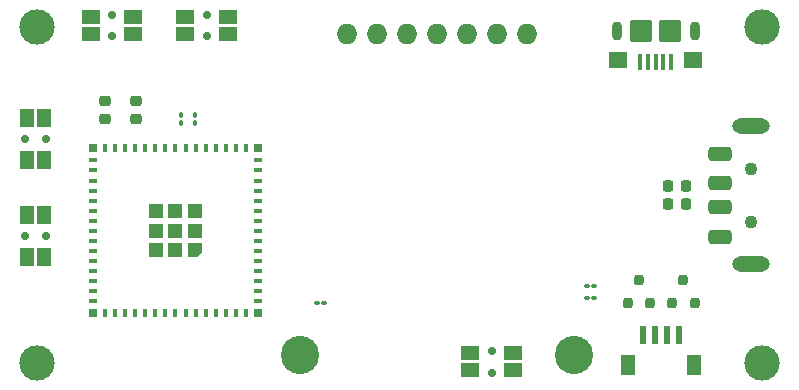
<source format=gbr>
%TF.GenerationSoftware,KiCad,Pcbnew,8.0.1*%
%TF.CreationDate,2024-09-08T05:47:06-06:00*%
%TF.ProjectId,USBHIDKey,55534248-4944-44b6-9579-2e6b69636164,rev?*%
%TF.SameCoordinates,Original*%
%TF.FileFunction,Soldermask,Top*%
%TF.FilePolarity,Negative*%
%FSLAX46Y46*%
G04 Gerber Fmt 4.6, Leading zero omitted, Abs format (unit mm)*
G04 Created by KiCad (PCBNEW 8.0.1) date 2024-09-08 05:47:06*
%MOMM*%
%LPD*%
G01*
G04 APERTURE LIST*
G04 Aperture macros list*
%AMRoundRect*
0 Rectangle with rounded corners*
0 $1 Rounding radius*
0 $2 $3 $4 $5 $6 $7 $8 $9 X,Y pos of 4 corners*
0 Add a 4 corners polygon primitive as box body*
4,1,4,$2,$3,$4,$5,$6,$7,$8,$9,$2,$3,0*
0 Add four circle primitives for the rounded corners*
1,1,$1+$1,$2,$3*
1,1,$1+$1,$4,$5*
1,1,$1+$1,$6,$7*
1,1,$1+$1,$8,$9*
0 Add four rect primitives between the rounded corners*
20,1,$1+$1,$2,$3,$4,$5,0*
20,1,$1+$1,$4,$5,$6,$7,0*
20,1,$1+$1,$6,$7,$8,$9,0*
20,1,$1+$1,$8,$9,$2,$3,0*%
%AMOutline5P*
0 Free polygon, 5 corners , with rotation*
0 The origin of the aperture is its center*
0 number of corners: always 5*
0 $1 to $10 corner X, Y*
0 $11 Rotation angle, in degrees counterclockwise*
0 create outline with 5 corners*
4,1,5,$1,$2,$3,$4,$5,$6,$7,$8,$9,$10,$1,$2,$11*%
%AMOutline6P*
0 Free polygon, 6 corners , with rotation*
0 The origin of the aperture is its center*
0 number of corners: always 6*
0 $1 to $12 corner X, Y*
0 $13 Rotation angle, in degrees counterclockwise*
0 create outline with 6 corners*
4,1,6,$1,$2,$3,$4,$5,$6,$7,$8,$9,$10,$11,$12,$1,$2,$13*%
%AMOutline7P*
0 Free polygon, 7 corners , with rotation*
0 The origin of the aperture is its center*
0 number of corners: always 7*
0 $1 to $14 corner X, Y*
0 $15 Rotation angle, in degrees counterclockwise*
0 create outline with 7 corners*
4,1,7,$1,$2,$3,$4,$5,$6,$7,$8,$9,$10,$11,$12,$13,$14,$1,$2,$15*%
%AMOutline8P*
0 Free polygon, 8 corners , with rotation*
0 The origin of the aperture is its center*
0 number of corners: always 8*
0 $1 to $16 corner X, Y*
0 $17 Rotation angle, in degrees counterclockwise*
0 create outline with 8 corners*
4,1,8,$1,$2,$3,$4,$5,$6,$7,$8,$9,$10,$11,$12,$13,$14,$15,$16,$1,$2,$17*%
G04 Aperture macros list end*
%ADD10RoundRect,0.218750X0.256250X-0.218750X0.256250X0.218750X-0.256250X0.218750X-0.256250X-0.218750X0*%
%ADD11RoundRect,0.100000X0.100000X0.575000X-0.100000X0.575000X-0.100000X-0.575000X0.100000X-0.575000X0*%
%ADD12O,0.900000X1.600000*%
%ADD13RoundRect,0.250000X0.550000X0.450000X-0.550000X0.450000X-0.550000X-0.450000X0.550000X-0.450000X0*%
%ADD14RoundRect,0.250000X0.700000X0.700000X-0.700000X0.700000X-0.700000X-0.700000X0.700000X-0.700000X0*%
%ADD15RoundRect,0.200000X0.200000X-0.250000X0.200000X0.250000X-0.200000X0.250000X-0.200000X-0.250000X0*%
%ADD16C,0.700000*%
%ADD17RoundRect,0.102000X-0.525000X0.700000X-0.525000X-0.700000X0.525000X-0.700000X0.525000X0.700000X0*%
%ADD18RoundRect,0.100000X-0.130000X-0.100000X0.130000X-0.100000X0.130000X0.100000X-0.130000X0.100000X0*%
%ADD19RoundRect,0.102000X0.700000X0.525000X-0.700000X0.525000X-0.700000X-0.525000X0.700000X-0.525000X0*%
%ADD20C,3.000000*%
%ADD21C,3.240000*%
%ADD22O,1.727200X1.727200*%
%ADD23C,1.100000*%
%ADD24RoundRect,0.300000X-0.700000X-0.300000X0.700000X-0.300000X0.700000X0.300000X-0.700000X0.300000X0*%
%ADD25O,3.200000X1.300000*%
%ADD26RoundRect,0.100000X-0.100000X0.130000X-0.100000X-0.130000X0.100000X-0.130000X0.100000X0.130000X0*%
%ADD27RoundRect,0.225000X-0.225000X-0.250000X0.225000X-0.250000X0.225000X0.250000X-0.225000X0.250000X0*%
%ADD28R,0.800000X0.400000*%
%ADD29R,0.400000X0.800000*%
%ADD30Outline5P,-0.600000X0.204000X-0.204000X0.600000X0.600000X0.600000X0.600000X-0.600000X-0.600000X-0.600000X180.000000*%
%ADD31R,1.200000X1.200000*%
%ADD32R,0.800000X0.800000*%
%ADD33RoundRect,0.102000X-0.700000X-0.525000X0.700000X-0.525000X0.700000X0.525000X-0.700000X0.525000X0*%
%ADD34R,0.600000X1.550000*%
%ADD35R,1.200000X1.800000*%
G04 APERTURE END LIST*
D10*
%TO.C,D9*%
X199567800Y-60198200D03*
X199567800Y-58623200D03*
%TD*%
D11*
%TO.C,J2*%
X244862600Y-55380000D03*
X244212600Y-55380000D03*
X243562600Y-55380000D03*
X242912600Y-55380000D03*
X242262600Y-55380000D03*
D12*
X246862600Y-52705000D03*
D13*
X246762600Y-55155000D03*
D14*
X244762600Y-52705000D03*
X242362600Y-52705000D03*
D13*
X240362600Y-55155000D03*
D12*
X240262600Y-52705000D03*
%TD*%
D15*
%TO.C,Q1*%
X241198400Y-75768200D03*
X243098400Y-75768200D03*
X242148400Y-73768200D03*
%TD*%
D16*
%TO.C,S2*%
X191933400Y-70078600D03*
X190133400Y-70078600D03*
D17*
X191758400Y-68278600D03*
X191758400Y-71878600D03*
X190308400Y-68278600D03*
X190308400Y-71878600D03*
%TD*%
D10*
%TO.C,D8*%
X196977000Y-60198200D03*
X196977000Y-58623200D03*
%TD*%
D18*
%TO.C,R2*%
X237714000Y-75336400D03*
X238354000Y-75336400D03*
%TD*%
%TO.C,R4*%
X214868800Y-75717400D03*
X215508800Y-75717400D03*
%TD*%
D16*
%TO.C,S4*%
X205540200Y-53161600D03*
X205540200Y-51361600D03*
D19*
X207340200Y-52986600D03*
X203740200Y-52986600D03*
X207340200Y-51536600D03*
X203740200Y-51536600D03*
%TD*%
D20*
%TO.C,H1*%
X252577600Y-52374800D03*
%TD*%
D21*
%TO.C,U6*%
X236626400Y-80162400D03*
X213452400Y-80162400D03*
D22*
X232632000Y-52979400D03*
X230092000Y-52979400D03*
X227552000Y-52979400D03*
X225012000Y-52979400D03*
X222472000Y-52979400D03*
X219932000Y-52979400D03*
X217392000Y-52979400D03*
%TD*%
D23*
%TO.C,J1*%
X251624000Y-64374200D03*
X251624000Y-68874200D03*
D24*
X249024000Y-63124200D03*
X249024000Y-65624200D03*
X249024000Y-67624200D03*
X249024000Y-70124200D03*
D25*
X251624000Y-60774200D03*
X251624000Y-72474200D03*
%TD*%
D16*
%TO.C,S3*%
X197513800Y-53134000D03*
X197513800Y-51334000D03*
D19*
X199313800Y-52959000D03*
X195713800Y-52959000D03*
X199313800Y-51509000D03*
X195713800Y-51509000D03*
%TD*%
D26*
%TO.C,R16*%
X203377800Y-59827200D03*
X203377800Y-60467200D03*
%TD*%
D20*
%TO.C,H4*%
X252577600Y-80822800D03*
%TD*%
D18*
%TO.C,R1*%
X237714000Y-74320400D03*
X238354000Y-74320400D03*
%TD*%
D27*
%TO.C,C7*%
X244589000Y-67360800D03*
X246139000Y-67360800D03*
%TD*%
D28*
%TO.C,U1*%
X209905600Y-75575000D03*
X209905600Y-74725000D03*
X209905600Y-73875000D03*
X209905600Y-73025000D03*
X209905600Y-72175000D03*
X209905600Y-71325000D03*
X209905600Y-70475000D03*
X209905600Y-69625000D03*
X209905600Y-68775000D03*
X209905600Y-67925000D03*
X209905600Y-67075000D03*
X209905600Y-66225000D03*
X209905600Y-65375000D03*
X209905600Y-64525000D03*
X209905600Y-63675000D03*
D29*
X208855600Y-62625000D03*
X208005600Y-62625000D03*
X207155600Y-62625000D03*
X206305600Y-62625000D03*
X205455600Y-62625000D03*
X204605600Y-62625000D03*
X203755600Y-62625000D03*
X202905600Y-62625000D03*
X202055600Y-62625000D03*
X201205600Y-62625000D03*
X200355600Y-62625000D03*
X199505600Y-62625000D03*
X198655600Y-62625000D03*
X197805600Y-62625000D03*
X196955600Y-62625000D03*
D28*
X195905600Y-63675000D03*
X195905600Y-64525000D03*
X195905600Y-65375000D03*
X195905600Y-66225000D03*
X195905600Y-67075000D03*
X195905600Y-67925000D03*
X195905600Y-68775000D03*
X195905600Y-69625000D03*
X195905600Y-70475000D03*
X195905600Y-71325000D03*
X195905600Y-72175000D03*
X195905600Y-73025000D03*
X195905600Y-73875000D03*
X195905600Y-74725000D03*
X195905600Y-75575000D03*
D29*
X196955600Y-76625000D03*
X197805600Y-76625000D03*
X198655600Y-76625000D03*
X199505600Y-76625000D03*
X200355600Y-76625000D03*
X201205600Y-76625000D03*
X202055600Y-76625000D03*
X202905600Y-76625000D03*
X203755600Y-76625000D03*
X204605600Y-76625000D03*
X205455600Y-76625000D03*
X206305600Y-76625000D03*
X207155600Y-76625000D03*
X208005600Y-76625000D03*
X208855600Y-76625000D03*
D30*
X204555600Y-71275000D03*
D31*
X204555600Y-69625000D03*
X204555600Y-67975000D03*
X202905600Y-71275000D03*
X202905600Y-69625000D03*
X202905600Y-67975000D03*
X201255600Y-71275000D03*
X201255600Y-69625000D03*
X201255600Y-67975000D03*
D32*
X209905600Y-76625000D03*
X209905600Y-62625000D03*
X195905600Y-62625000D03*
X195905600Y-76625000D03*
%TD*%
D15*
%TO.C,Q2*%
X244957600Y-75768200D03*
X246857600Y-75768200D03*
X245907600Y-73768200D03*
%TD*%
D16*
%TO.C,S1*%
X191933400Y-61874400D03*
X190133400Y-61874400D03*
D17*
X191758400Y-60074400D03*
X191758400Y-63674400D03*
X190308400Y-60074400D03*
X190308400Y-63674400D03*
%TD*%
D16*
%TO.C,S5*%
X229670200Y-79832800D03*
X229670200Y-81632800D03*
D33*
X227870200Y-80007800D03*
X231470200Y-80007800D03*
X227870200Y-81457800D03*
X231470200Y-81457800D03*
%TD*%
D20*
%TO.C,H2*%
X191160400Y-52374800D03*
%TD*%
%TO.C,H3*%
X191160400Y-80822800D03*
%TD*%
D26*
%TO.C,R17*%
X204546200Y-59827200D03*
X204546200Y-60467200D03*
%TD*%
D27*
%TO.C,C8*%
X244589000Y-65811400D03*
X246139000Y-65811400D03*
%TD*%
D34*
%TO.C,J3*%
X245516400Y-78435200D03*
X244516400Y-78435200D03*
X243516400Y-78435200D03*
X242516400Y-78435200D03*
D35*
X246816400Y-80960200D03*
X241216400Y-80960200D03*
%TD*%
M02*

</source>
